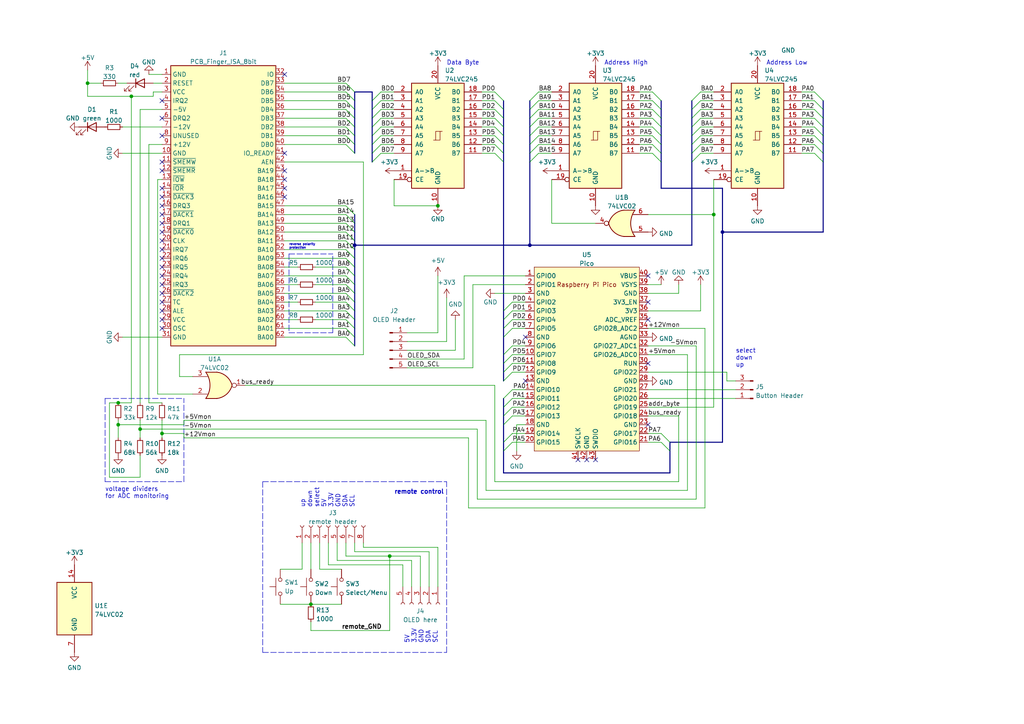
<source format=kicad_sch>
(kicad_sch (version 20211123) (generator eeschema)
  (paper "A4")
  (title_block (title "PicoPOST Prototype") (date "2022-06-16") (rev "0.2") (company "The Retro Web Community") (comment 1 "Schematic by Matthew Petry (fireTwoOneNine)"))
  (junction (at 102.87 71.12))
  (junction (at 113.03 161.29))
  (junction (at 38.1 27.94))
  (junction (at 34.29 123.19))
  (junction (at 90.17 175.26))
  (junction (at 25.4 24.13))
  (junction (at 46.99 125.73))
  (junction (at 40.64 124.46))
  (junction (at 153.67 71.12))
  (junction (at 209.55 67.31))
  (junction (at 34.29 116.84))
  (junction (at 207.01 62.23))
  (junction (at 127 59.69))
  (no_connect (at 46.99 74.93))
  (no_connect (at 46.99 64.77))
  (no_connect (at 82.55 44.45))
  (no_connect (at 82.55 21.59))
  (no_connect (at 46.99 82.55))
  (no_connect (at 46.99 46.99))
  (no_connect (at 187.96 87.63))
  (no_connect (at 46.99 77.47))
  (no_connect (at 46.99 87.63))
  (no_connect (at 46.99 59.69))
  (no_connect (at 46.99 72.39))
  (no_connect (at 46.99 90.17))
  (no_connect (at 46.99 85.09))
  (no_connect (at 46.99 67.31))
  (no_connect (at 46.99 54.61))
  (no_connect (at 46.99 95.25))
  (no_connect (at 187.96 123.19))
  (no_connect (at 167.64 133.35))
  (no_connect (at 170.18 133.35))
  (no_connect (at 172.72 133.35))
  (no_connect (at 187.96 92.71))
  (no_connect (at 187.96 105.41))
  (no_connect (at 46.99 92.71))
  (no_connect (at 82.55 52.07))
  (no_connect (at 46.99 69.85))
  (no_connect (at 46.99 49.53))
  (no_connect (at 46.99 29.21))
  (no_connect (at 46.99 57.15))
  (no_connect (at 82.55 49.53))
  (no_connect (at 46.99 62.23))
  (no_connect (at 82.55 57.15))
  (no_connect (at 46.99 39.37))
  (no_connect (at 187.96 80.01))
  (no_connect (at 152.4 110.49))
  (no_connect (at 152.4 97.79))
  (no_connect (at 82.55 54.61))
  (no_connect (at 46.99 80.01))
  (no_connect (at 46.99 34.29))
  (bus_entry (at 189.23 34.29) (size 2.54 2.54))
  (bus_entry (at 189.23 31.75) (size 2.54 2.54))
  (bus_entry (at 236.22 31.75) (size 2.54 2.54))
  (bus_entry (at 100.33 26.67) (size 2.54 2.54))
  (bus_entry (at 203.2 41.91) (size -2.54 2.54))
  (bus_entry (at 189.23 44.45) (size 2.54 2.54))
  (bus_entry (at 236.22 39.37) (size 2.54 2.54))
  (bus_entry (at 189.23 26.67) (size 2.54 2.54))
  (bus_entry (at 100.33 95.25) (size 2.54 2.54))
  (bus_entry (at 100.33 80.01) (size 2.54 2.54))
  (bus_entry (at 203.2 29.21) (size -2.54 2.54))
  (bus_entry (at 189.23 36.83) (size 2.54 2.54))
  (bus_entry (at 203.2 36.83) (size -2.54 2.54))
  (bus_entry (at 203.2 44.45) (size -2.54 2.54))
  (bus_entry (at 146.05 123.19) (size 2.54 -2.54))
  (bus_entry (at 100.33 85.09) (size 2.54 2.54))
  (bus_entry (at 100.33 39.37) (size 2.54 2.54))
  (bus_entry (at 146.05 118.11) (size 2.54 -2.54))
  (bus_entry (at 236.22 26.67) (size 2.54 2.54))
  (bus_entry (at 110.49 44.45) (size -2.54 2.54))
  (bus_entry (at 110.49 41.91) (size -2.54 2.54))
  (bus_entry (at 110.49 31.75) (size -2.54 2.54))
  (bus_entry (at 110.49 34.29) (size -2.54 2.54))
  (bus_entry (at 110.49 36.83) (size -2.54 2.54))
  (bus_entry (at 110.49 39.37) (size -2.54 2.54))
  (bus_entry (at 100.33 72.39) (size 2.54 2.54))
  (bus_entry (at 110.49 29.21) (size -2.54 2.54))
  (bus_entry (at 100.33 34.29) (size 2.54 2.54))
  (bus_entry (at 100.33 77.47) (size 2.54 2.54))
  (bus_entry (at 156.21 44.45) (size -2.54 2.54))
  (bus_entry (at 156.21 41.91) (size -2.54 2.54))
  (bus_entry (at 156.21 36.83) (size -2.54 2.54))
  (bus_entry (at 156.21 39.37) (size -2.54 2.54))
  (bus_entry (at 156.21 29.21) (size -2.54 2.54))
  (bus_entry (at 156.21 31.75) (size -2.54 2.54))
  (bus_entry (at 156.21 26.67) (size -2.54 2.54))
  (bus_entry (at 156.21 34.29) (size -2.54 2.54))
  (bus_entry (at 100.33 82.55) (size 2.54 2.54))
  (bus_entry (at 100.33 67.31) (size 2.54 2.54))
  (bus_entry (at 236.22 36.83) (size 2.54 2.54))
  (bus_entry (at 236.22 41.91) (size 2.54 2.54))
  (bus_entry (at 100.33 59.69) (size 2.54 2.54))
  (bus_entry (at 189.23 41.91) (size 2.54 2.54))
  (bus_entry (at 100.33 69.85) (size 2.54 2.54))
  (bus_entry (at 148.59 128.27) (size -2.54 2.54))
  (bus_entry (at 148.59 125.73) (size -2.54 2.54))
  (bus_entry (at 100.33 62.23) (size 2.54 2.54))
  (bus_entry (at 100.33 36.83) (size 2.54 2.54))
  (bus_entry (at 203.2 39.37) (size -2.54 2.54))
  (bus_entry (at 146.05 102.87) (size 2.54 -2.54))
  (bus_entry (at 146.05 97.79) (size 2.54 -2.54))
  (bus_entry (at 146.05 105.41) (size 2.54 -2.54))
  (bus_entry (at 146.05 90.17) (size 2.54 -2.54))
  (bus_entry (at 146.05 95.25) (size 2.54 -2.54))
  (bus_entry (at 146.05 92.71) (size 2.54 -2.54))
  (bus_entry (at 146.05 110.49) (size 2.54 -2.54))
  (bus_entry (at 146.05 107.95) (size 2.54 -2.54))
  (bus_entry (at 143.51 39.37) (size 2.54 2.54))
  (bus_entry (at 143.51 26.67) (size 2.54 2.54))
  (bus_entry (at 143.51 29.21) (size 2.54 2.54))
  (bus_entry (at 143.51 31.75) (size 2.54 2.54))
  (bus_entry (at 143.51 34.29) (size 2.54 2.54))
  (bus_entry (at 143.51 36.83) (size 2.54 2.54))
  (bus_entry (at 143.51 41.91) (size 2.54 2.54))
  (bus_entry (at 143.51 44.45) (size 2.54 2.54))
  (bus_entry (at 236.22 34.29) (size 2.54 2.54))
  (bus_entry (at 146.05 120.65) (size 2.54 -2.54))
  (bus_entry (at 100.33 31.75) (size 2.54 2.54))
  (bus_entry (at 100.33 97.79) (size 2.54 2.54))
  (bus_entry (at 100.33 24.13) (size 2.54 2.54))
  (bus_entry (at 100.33 29.21) (size 2.54 2.54))
  (bus_entry (at 100.33 64.77) (size 2.54 2.54))
  (bus_entry (at 146.05 115.57) (size 2.54 -2.54))
  (bus_entry (at 236.22 44.45) (size 2.54 2.54))
  (bus_entry (at 236.22 29.21) (size 2.54 2.54))
  (bus_entry (at 203.2 26.67) (size -2.54 2.54))
  (bus_entry (at 100.33 90.17) (size 2.54 2.54))
  (bus_entry (at 191.77 128.27) (size 2.54 2.54))
  (bus_entry (at 191.77 125.73) (size 2.54 2.54))
  (bus_entry (at 107.95 29.21) (size 2.54 -2.54))
  (bus_entry (at 189.23 39.37) (size 2.54 2.54))
  (bus_entry (at 100.33 87.63) (size 2.54 2.54))
  (bus_entry (at 189.23 29.21) (size 2.54 2.54))
  (bus_entry (at 100.33 92.71) (size 2.54 2.54))
  (bus_entry (at 203.2 34.29) (size -2.54 2.54))
  (bus_entry (at 100.33 74.93) (size 2.54 2.54))
  (bus_entry (at 203.2 31.75) (size -2.54 2.54))
  (bus_entry (at 100.33 41.91) (size 2.54 2.54))
  (bus (pts (xy 200.66 71.12) (xy 200.66 46.99)))
  (wire (pts (xy 210.82 107.95) (xy 210.82 110.49)))
  (wire (pts (xy 82.55 85.09) (xy 100.33 85.09)))
  (bus (pts (xy 146.05 34.29) (xy 146.05 36.83)))
  (wire (pts (xy 91.44 87.63) (xy 100.33 87.63)))
  (wire (pts (xy 210.82 110.49) (xy 213.36 110.49)))
  (polyline (pts (xy 83.82 73.66) (xy 83.82 96.52)))
  (wire (pts (xy 43.18 21.59) (xy 46.99 21.59)))
  (wire (pts (xy 207.01 52.07) (xy 207.01 62.23)))
  (bus (pts (xy 194.31 128.27) (xy 209.55 128.27)))
  (wire (pts (xy 191.77 125.73) (xy 187.96 125.73)))
  (wire (pts (xy 82.55 92.71) (xy 86.36 92.71)))
  (wire (pts (xy 201.93 144.78) (xy 201.93 100.33)))
  (wire (pts (xy 118.11 99.06) (xy 129.54 99.06)))
  (bus (pts (xy 102.87 77.47) (xy 102.87 80.01)))
  (wire (pts (xy 46.99 125.73) (xy 46.99 127)))
  (wire (pts (xy 53.34 125.73) (xy 53.34 127)))
  (bus (pts (xy 102.87 87.63) (xy 102.87 90.17)))
  (wire (pts (xy 118.11 96.52) (xy 127 96.52)))
  (bus (pts (xy 102.87 92.71) (xy 102.87 95.25)))
  (wire (pts (xy 139.7 39.37) (xy 143.51 39.37)))
  (wire (pts (xy 82.55 77.47) (xy 86.36 77.47)))
  (wire (pts (xy 201.93 100.33) (xy 187.96 100.33)))
  (bus (pts (xy 238.76 67.31) (xy 238.76 46.99)))
  (wire (pts (xy 102.87 160.02) (xy 124.46 160.02)))
  (wire (pts (xy 156.21 39.37) (xy 160.02 39.37)))
  (wire (pts (xy 46.99 121.92) (xy 46.99 125.73)))
  (bus (pts (xy 146.05 105.41) (xy 146.05 107.95)))
  (polyline (pts (xy 30.48 139.7) (xy 53.34 139.7)))
  (wire (pts (xy 185.42 26.67) (xy 189.23 26.67)))
  (wire (pts (xy 203.2 41.91) (xy 207.01 41.91)))
  (polyline (pts (xy 53.34 139.7) (xy 53.34 115.57)))
  (wire (pts (xy 114.3 52.07) (xy 114.3 59.69)))
  (wire (pts (xy 82.55 87.63) (xy 86.36 87.63)))
  (wire (pts (xy 203.2 36.83) (xy 207.01 36.83)))
  (bus (pts (xy 238.76 31.75) (xy 238.76 34.29)))
  (wire (pts (xy 82.55 80.01) (xy 100.33 80.01)))
  (polyline (pts (xy 76.2 139.7) (xy 76.2 189.23)))
  (wire (pts (xy 25.4 24.13) (xy 29.21 24.13)))
  (wire (pts (xy 139.7 41.91) (xy 143.51 41.91)))
  (wire (pts (xy 46.99 52.07) (xy 45.72 52.07)))
  (bus (pts (xy 102.87 97.79) (xy 102.87 100.33)))
  (wire (pts (xy 152.4 105.41) (xy 148.59 105.41)))
  (bus (pts (xy 102.87 72.39) (xy 102.87 74.93)))
  (wire (pts (xy 82.55 41.91) (xy 100.33 41.91)))
  (wire (pts (xy 92.71 157.48) (xy 92.71 165.1)))
  (bus (pts (xy 191.77 29.21) (xy 191.77 31.75)))
  (wire (pts (xy 31.75 116.84) (xy 34.29 116.84)))
  (wire (pts (xy 82.55 26.67) (xy 100.33 26.67)))
  (bus (pts (xy 102.87 34.29) (xy 102.87 31.75)))
  (bus (pts (xy 102.87 36.83) (xy 102.87 34.29)))
  (bus (pts (xy 146.05 44.45) (xy 146.05 46.99)))
  (wire (pts (xy 82.55 39.37) (xy 100.33 39.37)))
  (bus (pts (xy 107.95 41.91) (xy 107.95 44.45)))
  (wire (pts (xy 118.11 106.68) (xy 137.16 106.68)))
  (wire (pts (xy 143.51 85.09) (xy 152.4 85.09)))
  (wire (pts (xy 95.25 157.48) (xy 95.25 163.83)))
  (wire (pts (xy 44.45 26.67) (xy 44.45 27.94)))
  (wire (pts (xy 156.21 26.67) (xy 160.02 26.67)))
  (wire (pts (xy 152.4 87.63) (xy 148.59 87.63)))
  (bus (pts (xy 146.05 123.19) (xy 146.05 128.27)))
  (wire (pts (xy 100.33 157.48) (xy 100.33 161.29)))
  (wire (pts (xy 34.29 123.19) (xy 34.29 127)))
  (wire (pts (xy 82.55 97.79) (xy 100.33 97.79)))
  (wire (pts (xy 148.59 128.27) (xy 152.4 128.27)))
  (wire (pts (xy 232.41 41.91) (xy 236.22 41.91)))
  (wire (pts (xy 156.21 31.75) (xy 160.02 31.75)))
  (wire (pts (xy 139.7 44.45) (xy 143.51 44.45)))
  (wire (pts (xy 207.01 62.23) (xy 207.01 118.11)))
  (bus (pts (xy 153.67 44.45) (xy 153.67 46.99)))
  (wire (pts (xy 185.42 36.83) (xy 189.23 36.83)))
  (wire (pts (xy 82.55 59.69) (xy 100.33 59.69)))
  (wire (pts (xy 199.39 102.87) (xy 187.96 102.87)))
  (bus (pts (xy 238.76 29.21) (xy 238.76 31.75)))
  (wire (pts (xy 152.4 82.55) (xy 137.16 82.55)))
  (wire (pts (xy 232.41 39.37) (xy 236.22 39.37)))
  (bus (pts (xy 191.77 44.45) (xy 191.77 46.99)))
  (wire (pts (xy 110.49 39.37) (xy 114.3 39.37)))
  (wire (pts (xy 185.42 41.91) (xy 189.23 41.91)))
  (wire (pts (xy 152.4 80.01) (xy 134.62 80.01)))
  (wire (pts (xy 152.4 95.25) (xy 148.59 95.25)))
  (wire (pts (xy 114.3 59.69) (xy 127 59.69)))
  (bus (pts (xy 107.95 36.83) (xy 107.95 39.37)))
  (bus (pts (xy 153.67 29.21) (xy 153.67 31.75)))
  (bus (pts (xy 146.05 36.83) (xy 146.05 39.37)))
  (bus (pts (xy 153.67 71.12) (xy 153.67 46.99)))
  (wire (pts (xy 140.97 121.92) (xy 140.97 142.24)))
  (wire (pts (xy 34.29 24.13) (xy 36.83 24.13)))
  (wire (pts (xy 156.21 36.83) (xy 160.02 36.83)))
  (wire (pts (xy 52.07 109.22) (xy 55.88 109.22)))
  (wire (pts (xy 199.39 142.24) (xy 199.39 102.87)))
  (bus (pts (xy 107.95 29.21) (xy 107.95 31.75)))
  (wire (pts (xy 38.1 27.94) (xy 44.45 27.94)))
  (wire (pts (xy 187.96 120.65) (xy 196.85 120.65)))
  (wire (pts (xy 82.55 67.31) (xy 100.33 67.31)))
  (bus (pts (xy 153.67 71.12) (xy 200.66 71.12)))
  (bus (pts (xy 146.05 120.65) (xy 146.05 123.19)))
  (wire (pts (xy 81.28 165.1) (xy 87.63 165.1)))
  (wire (pts (xy 82.55 36.83) (xy 100.33 36.83)))
  (wire (pts (xy 82.55 72.39) (xy 100.33 72.39)))
  (wire (pts (xy 116.84 163.83) (xy 116.84 170.18)))
  (polyline (pts (xy 30.48 115.57) (xy 30.48 139.7)))
  (wire (pts (xy 97.79 162.56) (xy 119.38 162.56)))
  (bus (pts (xy 194.31 128.27) (xy 194.31 130.81)))
  (bus (pts (xy 146.05 107.95) (xy 146.05 110.49)))
  (wire (pts (xy 148.5712 128.27) (xy 148.59 128.27)))
  (wire (pts (xy 203.2 34.29) (xy 207.01 34.29)))
  (wire (pts (xy 82.55 64.77) (xy 100.33 64.77)))
  (wire (pts (xy 137.16 82.55) (xy 137.16 106.68)))
  (wire (pts (xy 91.44 82.55) (xy 100.33 82.55)))
  (bus (pts (xy 146.05 128.27) (xy 146.05 130.81)))
  (wire (pts (xy 110.49 41.91) (xy 114.3 41.91)))
  (wire (pts (xy 185.42 31.75) (xy 189.23 31.75)))
  (wire (pts (xy 34.29 123.19) (xy 53.34 123.19)))
  (wire (pts (xy 139.7 36.83) (xy 143.51 36.83)))
  (wire (pts (xy 149.86 123.19) (xy 149.86 130.81)))
  (wire (pts (xy 52.07 102.87) (xy 105.41 102.87)))
  (wire (pts (xy 102.87 157.48) (xy 102.87 160.02)))
  (wire (pts (xy 152.4 107.95) (xy 148.59 107.95)))
  (wire (pts (xy 97.79 157.48) (xy 97.79 162.56)))
  (polyline (pts (xy 76.2 189.23) (xy 129.54 189.23)))
  (bus (pts (xy 102.87 31.75) (xy 102.87 29.21)))
  (wire (pts (xy 134.62 80.01) (xy 134.62 104.14)))
  (wire (pts (xy 152.4 123.19) (xy 149.86 123.19)))
  (bus (pts (xy 238.76 36.83) (xy 238.76 39.37)))
  (bus (pts (xy 200.66 36.83) (xy 200.66 39.37)))
  (wire (pts (xy 40.64 121.92) (xy 40.64 124.46)))
  (polyline (pts (xy 129.54 189.23) (xy 129.54 139.7)))
  (bus (pts (xy 238.76 39.37) (xy 238.76 41.91)))
  (bus (pts (xy 153.67 39.37) (xy 153.67 41.91)))
  (wire (pts (xy 43.18 116.84) (xy 46.99 116.84)))
  (bus (pts (xy 102.87 29.21) (xy 102.87 26.67)))
  (wire (pts (xy 187.96 113.03) (xy 213.36 113.03)))
  (bus (pts (xy 102.87 69.85) (xy 102.87 71.12)))
  (wire (pts (xy 207.01 62.23) (xy 187.96 62.23)))
  (wire (pts (xy 25.4 20.32) (xy 25.4 24.13)))
  (bus (pts (xy 102.87 26.67) (xy 107.95 26.67)))
  (polyline (pts (xy 76.2 139.7) (xy 129.54 139.7)))
  (bus (pts (xy 200.66 29.21) (xy 200.66 31.75)))
  (wire (pts (xy 143.51 139.7) (xy 196.85 139.7)))
  (wire (pts (xy 82.55 82.55) (xy 86.36 82.55)))
  (bus (pts (xy 107.95 26.67) (xy 107.95 29.21)))
  (wire (pts (xy 152.4 113.03) (xy 148.59 113.03)))
  (bus (pts (xy 102.87 62.23) (xy 102.87 64.77)))
  (wire (pts (xy 82.55 74.93) (xy 100.33 74.93)))
  (bus (pts (xy 102.87 71.12) (xy 102.87 72.39)))
  (bus (pts (xy 191.77 41.91) (xy 191.77 44.45)))
  (wire (pts (xy 203.2 26.67) (xy 207.01 26.67)))
  (wire (pts (xy 185.42 29.21) (xy 189.23 29.21)))
  (wire (pts (xy 110.49 34.29) (xy 114.3 34.29)))
  (polyline (pts (xy 30.48 115.57) (xy 53.34 115.57)))
  (bus (pts (xy 146.05 102.87) (xy 146.05 105.41)))
  (bus (pts (xy 102.87 67.31) (xy 102.87 69.85)))
  (bus (pts (xy 146.05 39.37) (xy 146.05 41.91)))
  (wire (pts (xy 156.21 29.21) (xy 160.02 29.21)))
  (wire (pts (xy 191.77 128.27) (xy 187.96 128.27)))
  (wire (pts (xy 35.56 36.83) (xy 46.99 36.83)))
  (wire (pts (xy 105.41 158.75) (xy 127 158.75)))
  (wire (pts (xy 82.55 31.75) (xy 100.33 31.75)))
  (bus (pts (xy 238.76 44.45) (xy 238.76 46.99)))
  (wire (pts (xy 110.49 36.83) (xy 114.3 36.83)))
  (wire (pts (xy 53.34 123.19) (xy 53.34 121.92)))
  (bus (pts (xy 107.95 34.29) (xy 107.95 36.83)))
  (wire (pts (xy 196.85 85.09) (xy 196.85 82.55)))
  (bus (pts (xy 102.87 64.77) (xy 102.87 67.31)))
  (wire (pts (xy 203.2 44.45) (xy 207.01 44.45)))
  (wire (pts (xy 82.55 34.29) (xy 100.33 34.29)))
  (bus (pts (xy 238.76 41.91) (xy 238.76 44.45)))
  (wire (pts (xy 203.2 29.21) (xy 207.01 29.21)))
  (bus (pts (xy 191.77 36.83) (xy 191.77 39.37)))
  (wire (pts (xy 143.51 111.76) (xy 143.51 139.7)))
  (bus (pts (xy 102.87 39.37) (xy 102.87 36.83)))
  (bus (pts (xy 238.76 34.29) (xy 238.76 36.83)))
  (polyline (pts (xy 83.82 73.66) (xy 96.52 73.66)))
  (wire (pts (xy 82.55 24.13) (xy 100.33 24.13)))
  (wire (pts (xy 82.55 62.23) (xy 100.33 62.23)))
  (wire (pts (xy 113.03 161.29) (xy 121.92 161.29)))
  (wire (pts (xy 35.56 97.79) (xy 46.99 97.79)))
  (wire (pts (xy 110.49 29.21) (xy 114.3 29.21)))
  (wire (pts (xy 40.64 138.43) (xy 31.75 138.43)))
  (bus (pts (xy 146.05 115.57) (xy 146.05 118.11)))
  (bus (pts (xy 200.66 44.45) (xy 200.66 46.99)))
  (polyline (pts (xy 83.82 96.52) (xy 96.52 96.52)))
  (wire (pts (xy 156.21 34.29) (xy 160.02 34.29)))
  (bus (pts (xy 200.66 39.37) (xy 200.66 41.91)))
  (wire (pts (xy 105.41 157.48) (xy 105.41 158.75)))
  (wire (pts (xy 113.03 161.29) (xy 113.03 182.88)))
  (wire (pts (xy 187.96 85.09) (xy 196.85 85.09)))
  (wire (pts (xy 81.28 175.26) (xy 90.17 175.26)))
  (wire (pts (xy 110.49 31.75) (xy 114.3 31.75)))
  (wire (pts (xy 82.55 46.99) (xy 105.41 46.99)))
  (wire (pts (xy 34.29 121.92) (xy 34.29 123.19)))
  (wire (pts (xy 232.41 36.83) (xy 236.22 36.83)))
  (bus (pts (xy 102.87 95.25) (xy 102.87 97.79)))
  (bus (pts (xy 200.66 34.29) (xy 200.66 36.83)))
  (wire (pts (xy 152.4 120.65) (xy 148.59 120.65)))
  (bus (pts (xy 209.55 54.61) (xy 209.55 67.31)))
  (wire (pts (xy 152.4 118.11) (xy 148.59 118.11)))
  (wire (pts (xy 187.96 107.95) (xy 210.82 107.95)))
  (wire (pts (xy 156.21 41.91) (xy 160.02 41.91)))
  (wire (pts (xy 139.7 26.67) (xy 143.51 26.67)))
  (wire (pts (xy 110.49 26.67) (xy 114.3 26.67)))
  (bus (pts (xy 107.95 31.75) (xy 107.95 34.29)))
  (wire (pts (xy 100.33 161.29) (xy 113.03 161.29)))
  (wire (pts (xy 152.4 90.17) (xy 148.59 90.17)))
  (wire (pts (xy 139.7 34.29) (xy 143.51 34.29)))
  (bus (pts (xy 191.77 39.37) (xy 191.77 41.91)))
  (bus (pts (xy 153.67 34.29) (xy 153.67 36.83)))
  (wire (pts (xy 118.11 104.14) (xy 134.62 104.14)))
  (bus (pts (xy 102.87 44.45) (xy 102.87 41.91)))
  (wire (pts (xy 82.55 95.25) (xy 100.33 95.25)))
  (wire (pts (xy 52.07 102.87) (xy 52.07 109.22)))
  (bus (pts (xy 146.05 118.11) (xy 146.05 120.65)))
  (bus (pts (xy 209.55 67.31) (xy 238.76 67.31)))
  (bus (pts (xy 146.05 41.91) (xy 146.05 44.45)))
  (bus (pts (xy 194.31 130.81) (xy 194.31 137.16)))
  (wire (pts (xy 152.4 115.57) (xy 148.59 115.57)))
  (bus (pts (xy 153.67 41.91) (xy 153.67 44.45)))
  (wire (pts (xy 119.38 162.56) (xy 119.38 170.18)))
  (bus (pts (xy 146.05 92.71) (xy 146.05 95.25)))
  (bus (pts (xy 102.87 85.09) (xy 102.87 87.63)))
  (wire (pts (xy 132.08 101.6) (xy 132.08 92.71)))
  (wire (pts (xy 118.11 101.6) (xy 132.08 101.6)))
  (bus (pts (xy 200.66 41.91) (xy 200.66 44.45)))
  (bus (pts (xy 191.77 31.75) (xy 191.77 34.29)))
  (bus (pts (xy 102.87 74.93) (xy 102.87 77.47)))
  (wire (pts (xy 156.21 44.45) (xy 160.02 44.45)))
  (wire (pts (xy 82.55 90.17) (xy 100.33 90.17)))
  (wire (pts (xy 105.41 102.87) (xy 105.41 46.99)))
  (wire (pts (xy 187.96 95.25) (xy 204.47 95.25)))
  (bus (pts (xy 153.67 36.83) (xy 153.67 39.37)))
  (wire (pts (xy 203.2 39.37) (xy 207.01 39.37)))
  (bus (pts (xy 146.05 46.99) (xy 146.05 90.17)))
  (wire (pts (xy 45.72 114.3) (xy 55.88 114.3)))
  (wire (pts (xy 127 158.75) (xy 127 170.18)))
  (wire (pts (xy 185.42 39.37) (xy 189.23 39.37)))
  (bus (pts (xy 102.87 41.91) (xy 102.87 39.37)))
  (wire (pts (xy 45.72 52.07) (xy 45.72 114.3)))
  (bus (pts (xy 146.05 130.81) (xy 146.05 137.16)))
  (wire (pts (xy 160.02 52.07) (xy 160.02 64.77)))
  (wire (pts (xy 121.92 161.29) (xy 121.92 170.18)))
  (wire (pts (xy 87.63 157.48) (xy 87.63 165.1)))
  (bus (pts (xy 146.05 97.79) (xy 146.05 102.87)))
  (wire (pts (xy 113.03 182.88) (xy 90.17 182.88)))
  (wire (pts (xy 203.2 90.17) (xy 187.96 90.17)))
  (bus (pts (xy 102.87 90.17) (xy 102.87 92.71)))
  (wire (pts (xy 204.47 95.25) (xy 204.47 147.32)))
  (wire (pts (xy 152.4 92.71) (xy 148.59 92.71)))
  (wire (pts (xy 25.4 27.94) (xy 25.4 24.13)))
  (wire (pts (xy 127 80.01) (xy 127 96.52)))
  (polyline (pts (xy 96.52 96.52) (xy 96.52 73.66)))
  (bus (pts (xy 191.77 54.61) (xy 209.55 54.61)))
  (wire (pts (xy 43.18 41.91) (xy 43.18 116.84)))
  (wire (pts (xy 91.44 77.47) (xy 100.33 77.47)))
  (bus (pts (xy 146.05 31.75) (xy 146.05 34.29)))
  (wire (pts (xy 140.97 142.24) (xy 199.39 142.24)))
  (wire (pts (xy 25.4 27.94) (xy 38.1 27.94)))
  (bus (pts (xy 146.05 90.17) (xy 146.05 92.71)))
  (wire (pts (xy 232.41 31.75) (xy 236.22 31.75)))
  (bus (pts (xy 146.05 137.16) (xy 194.31 137.16)))
  (wire (pts (xy 187.96 82.55) (xy 191.77 82.55)))
  (wire (pts (xy 152.4 102.87) (xy 148.59 102.87)))
  (bus (pts (xy 153.67 31.75) (xy 153.67 34.29)))
  (wire (pts (xy 90.17 157.48) (xy 90.17 165.1)))
  (wire (pts (xy 99.06 165.1) (xy 92.71 165.1)))
  (bus (pts (xy 200.66 31.75) (xy 200.66 34.29)))
  (wire (pts (xy 135.89 147.32) (xy 204.47 147.32)))
  (wire (pts (xy 203.2 31.75) (xy 207.01 31.75)))
  (wire (pts (xy 46.99 26.67) (xy 44.45 26.67)))
  (wire (pts (xy 196.85 139.7) (xy 196.85 120.65)))
  (wire (pts (xy 187.96 118.11) (xy 207.01 118.11)))
  (wire (pts (xy 152.4 100.33) (xy 148.59 100.33)))
  (wire (pts (xy 148.59 125.73) (xy 152.4 125.73)))
  (wire (pts (xy 185.42 34.29) (xy 189.23 34.29)))
  (wire (pts (xy 46.99 125.73) (xy 53.34 125.73)))
  (wire (pts (xy 139.7 31.75) (xy 143.51 31.75)))
  (wire (pts (xy 90.17 175.26) (xy 99.06 175.26)))
  (wire (pts (xy 232.41 44.45) (xy 236.22 44.45)))
  (wire (pts (xy 160.02 64.77) (xy 172.72 64.77)))
  (wire (pts (xy 71.12 111.76) (xy 143.51 111.76)))
  (bus (pts (xy 146.05 29.21) (xy 146.05 31.75)))
  (wire (pts (xy 185.42 44.45) (xy 189.23 44.45)))
  (bus (pts (xy 107.95 44.45) (xy 107.95 46.99)))
  (bus (pts (xy 102.87 82.55) (xy 102.87 85.09)))
  (bus (pts (xy 146.05 95.25) (xy 146.05 97.79)))
  (wire (pts (xy 31.75 138.43) (xy 31.75 116.84)))
  (bus (pts (xy 107.95 39.37) (xy 107.95 41.91)))
  (wire (pts (xy 124.46 160.02) (xy 124.46 170.18)))
  (wire (pts (xy 95.25 163.83) (xy 116.84 163.83)))
  (wire (pts (xy 34.29 116.84) (xy 38.1 116.84)))
  (bus (pts (xy 191.77 46.99) (xy 191.77 54.61)))
  (wire (pts (xy 139.7 29.21) (xy 143.51 29.21)))
  (wire (pts (xy 90.17 182.88) (xy 90.17 180.34)))
  (wire (pts (xy 40.64 31.75) (xy 40.64 116.84)))
  (wire (pts (xy 138.43 144.78) (xy 201.93 144.78)))
  (wire (pts (xy 40.64 132.08) (xy 40.64 138.43)))
  (wire (pts (xy 91.44 92.71) (xy 100.33 92.71)))
  (wire (pts (xy 138.43 124.46) (xy 138.43 144.78)))
  (wire (pts (xy 187.96 115.57) (xy 213.36 115.57)))
  (wire (pts (xy 53.34 121.92) (xy 140.97 121.92)))
  (wire (pts (xy 46.99 41.91) (xy 43.18 41.91)))
  (wire (pts (xy 82.55 69.85) (xy 100.33 69.85)))
  (wire (pts (xy 44.45 24.13) (xy 46.99 24.13)))
  (wire (pts (xy 148.59 125.73) (xy 148.5712 125.73)))
  (wire (pts (xy 129.54 86.36) (xy 129.54 99.06)))
  (wire (pts (xy 46.99 31.75) (xy 40.64 31.75)))
  (bus (pts (xy 191.77 34.29) (xy 191.77 36.83)))
  (bus (pts (xy 102.87 80.01) (xy 102.87 82.55)))
  (wire (pts (xy 110.49 44.45) (xy 114.3 44.45)))
  (wire (pts (xy 203.2 82.55) (xy 203.2 90.17)))
  (wire (pts (xy 232.41 34.29) (xy 236.22 34.29)))
  (wire (pts (xy 35.56 44.45) (xy 46.99 44.45)))
  (wire (pts (xy 40.64 124.46) (xy 138.43 124.46)))
  (wire (pts (xy 135.89 147.32) (xy 135.89 127)))
  (bus (pts (xy 102.87 71.12) (xy 153.67 71.12)))
  (wire (pts (xy 232.41 29.21) (xy 236.22 29.21)))
  (wire (pts (xy 40.64 124.46) (xy 40.64 127)))
  (wire (pts (xy 38.1 27.94) (xy 38.1 116.84)))
  (bus (pts (xy 209.55 128.27) (xy 209.55 67.31)))
  (wire (pts (xy 82.55 29.21) (xy 100.33 29.21)))
  (wire (pts (xy 53.34 127) (xy 135.89 127)))
  (wire (pts (xy 232.41 26.67) (xy 236.22 26.67)))
  (text "up\ndown\nselect\n5V\n3.3V\nGND\nSDA\nSCL" (at 102.87 147.32 90) (effects (font (size 1.27 1.27)) (justify left bottom)))
  (text "reverse polarity\nprotection" (at 83.82 72.39 0) (effects (font (size 0.635 0.635)) (justify left bottom)))
  (text "remote control" (at 114.3 143.51 0) (effects (font (size 1.27 1.27) (thickness 0.254) bold) (justify left bottom)))
  (text "select\ndown\nup" (at 213.36 106.68 0) (effects (font (size 1.27 1.27)) (justify left bottom)))
  (text "Data Byte\n" (at 129.54 19.05 0) (effects (font (size 1.27 1.27)) (justify left bottom)))
  (text "Address High" (at 175.26 19.05 0) (effects (font (size 1.27 1.27)) (justify left bottom)))
  (text "Address Low" (at 222.25 19.05 0) (effects (font (size 1.27 1.27)) (justify left bottom)))
  (text "5V\n3.3V\nGND\nSDA\nSCL" (at 127 186.69 90) (effects (font (size 1.27 1.27)) (justify left bottom)))
  (text "voltage dividers\nfor ADC monitoring" (at 30.48 144.78 0) (effects (font (size 1.27 1.27)) (justify left bottom)))
  (label "BD3" (at 110.49 34.29 0))
  (label "BA5" (at 203.2 39.37 0))
  (label "BA11" (at 97.79 69.85 0))
  (label "+5Vmon" (at 53.34 121.92 0))
  (label "BD5" (at 97.79 29.21 0))
  (label "PA2" (at 185.42 31.75 0))
  (label "PA0" (at 185.42 26.67 0))
  (label "BA8" (at 97.79 77.47 0))
  (label "PD0" (at 148.59 87.63 0))
  (label "BA7" (at 203.2 44.45 0))
  (label "BA3" (at 203.2 34.29 0))
  (label "PD5" (at 139.7 39.37 0))
  (label "-5Vmon" (at 194.31 100.33 0))
  (label "BA14" (at 97.79 62.23 0))
  (label "BD6" (at 110.49 41.91 0))
  (label "BD0" (at 97.79 41.91 0))
  (label "PD2" (at 139.7 31.75 0))
  (label "PA3" (at 148.59 120.65 0))
  (label "PD4" (at 148.59 100.33 0))
  (label "BA4" (at 97.79 87.63 0))
  (label "PA7" (at 187.96 125.73 0))
  (label "BD2" (at 97.79 36.83 0))
  (label "BA9" (at 97.79 74.93 0))
  (label "PA6" (at 187.96 128.27 0))
  (label "PD1" (at 139.7 29.21 0))
  (label "BA8" (at 156.21 26.67 0))
  (label "BA6" (at 203.2 41.91 0))
  (label "BD0" (at 110.49 26.67 0))
  (label "PD3" (at 148.59 95.25 0))
  (label "BD3" (at 97.79 34.29 0))
  (label "PA4" (at 185.42 36.83 0))
  (label "BD6" (at 97.79 26.67 0))
  (label "OLED_SCL" (at 118.11 106.68 0))
  (label "PD3" (at 139.7 34.29 0))
  (label "PA3" (at 232.41 34.29 0))
  (label "remote_GND" (at 99.06 182.88 0) (effects (font bold)))
  (label "-5Vmon" (at 53.34 124.46 0))
  (label "BA13" (at 97.79 64.77 0))
  (label "PA7" (at 185.42 44.45 0))
  (label "BA0" (at 203.2 26.67 0))
  (label "PA2" (at 232.41 31.75 0))
  (label "PD5" (at 148.59 102.87 0))
  (label "OLED_SDA" (at 118.11 104.14 0))
  (label "PD7" (at 148.59 107.95 0))
  (label "BD5" (at 110.49 39.37 0))
  (label "BA2" (at 203.2 31.75 0))
  (label "BA1" (at 97.79 95.25 0))
  (label "PA0" (at 232.41 26.67 0))
  (label "BA1" (at 203.382 29.21 0))
  (label "PA4" (at 232.41 36.83 0))
  (label "bus_ready" (at 187.96 120.65 0))
  (label "+12Vmon" (at 187.96 95.25 0))
  (label "BA14" (at 156.21 41.91 0))
  (label "BA15" (at 97.79 59.69 0))
  (label "BD2" (at 110.49 31.75 0))
  (label "PD6" (at 139.7 41.91 0))
  (label "BD7" (at 97.79 24.13 0))
  (label "PA1" (at 232.41 29.21 0))
  (label "PA1" (at 148.59 115.57 0))
  (label "BA4" (at 203.2 36.83 0))
  (label "BA11" (at 156.21 34.29 0))
  (label "BA0" (at 97.79 97.79 0))
  (label "PA3" (at 185.42 34.29 0))
  (label "BA6" (at 97.79 82.55 0))
  (label "+12Vmon" (at 53.34 127 0))
  (label "BD1" (at 97.79 39.37 0))
  (label "BA7" (at 97.79 80.01 0))
  (label "BA5" (at 97.79 85.09 0))
  (label "PD2" (at 148.59 92.71 0))
  (label "PD1" (at 148.59 90.17 0))
  (label "BD4" (at 97.79 31.75 0))
  (label "BD1" (at 110.49 29.21 0))
  (label "BA10" (at 156.21 31.75 0))
  (label "addr_byte" (at 187.96 118.11 0))
  (label "BA12" (at 97.79 67.31 0))
  (label "PD4" (at 139.7 36.83 0))
  (label "PA2" (at 148.59 118.11 0))
  (label "BA10" (at 97.79 72.39 0))
  (label "BA9" (at 156.21 29.21 0))
  (label "BD4" (at 110.49 36.83 0))
  (label "PA7" (at 232.41 44.45 0))
  (label "PA4" (at 148.59 125.73 0))
  (label "PD7" (at 139.7 44.45 0))
  (label "PA6" (at 232.41 41.91 0))
  (label "BA2" (at 97.79 92.71 0))
  (label "bus_ready" (at 69.85 111.76 0))
  (label "PA0" (at 148.7658 113.03 0))
  (label "PA5" (at 185.42 39.37 0))
  (label "PA5" (at 232.41 39.37 0))
  (label "BA13" (at 156.21 39.37 0))
  (label "BA3" (at 97.79 90.17 0))
  (label "PD6" (at 148.59 105.41 0))
  (label "PA1" (at 185.42 29.21 0))
  (label "BD7" (at 110.49 44.45 0))
  (label "PD0" (at 139.7 26.67 0))
  (label "+5Vmon" (at 187.96 102.87 0))
  (label "BA15" (at 156.21 44.45 0))
  (label "PA6" (at 185.42 41.91 0))
  (label "BA12" (at 156.21 36.83 0))
  (label "PA5" (at 148.59 128.27 0))
  (symbol (lib_id "Device:R_Small") (at 88.9 92.71 270) (unit 1)
    (property "Reference" "R8" (at 85.09 91.44 90))
    (property "Value" "1000" (at 93.98 91.44 90))
    (property "Footprint" "Resistor_SMD:R_1206_3216Metric_Pad1.30x1.75mm_HandSolder" (effects hide))
  )
  (symbol (lib_id "Device:R_Small") (at 88.9 87.63 270) (unit 1)
    (property "Reference" "R7" (at 85.09 86.36 90))
    (property "Value" "1000" (at 93.98 86.36 90))
    (property "Footprint" "Resistor_SMD:R_1206_3216Metric_Pad1.30x1.75mm_HandSolder" (effects hide))
  )
  (symbol (lib_id "Device:R_Small") (at 88.9 82.55 270) (unit 1)
    (property "Reference" "R6" (at 85.09 81.28 90))
    (property "Value" "1000" (at 93.98 81.28 90))
    (property "Footprint" "Resistor_SMD:R_1206_3216Metric_Pad1.30x1.75mm_HandSolder" (effects hide))
  )
  (symbol (lib_id "Device:R_Small") (at 88.9 77.47 270) (unit 1)
    (property "Reference" "R5" (at 85.09 76.2 90))
    (property "Value" "1000" (at 93.98 76.2 90))
    (property "Footprint" "Resistor_SMD:R_1206_3216Metric_Pad1.30x1.75mm_HandSolder" (effects hide))
  )
  (symbol (lib_id "power:+5V") (at 25.4 20.32 0) (unit 1)
    (property "Reference" "#PWR03" (effects hide))
    (property "Value" "+5V" (at 25.4 16.7442 0))
  )
  (symbol (lib_id "power:GND") (at 127 59.69 0) (unit 1)
    (property "Reference" "#PWR07" (effects hide))
    (property "Value" "GND" (at 127 63.5 0))
  )
  (symbol (lib_id "74xx:74LS02") (at 63.5 111.76 0) (mirror x) (unit 1)
    (property "Reference" "U1" (at 62.23 104.14 0))
    (property "Value" "74LVC02" (at 62.23 106.68 0))
    (property "Footprint" "Package_SO:SO-14_3.9x8.65mm_P1.27mm" (effects hide))
    (property "Datasheet" "http://www.ti.com/lit/gpn/sn74ls02" (effects hide))
  )
  (symbol (lib_id "Device:R_Small") (at 46.99 119.38 0) (unit 1)
    (property "Reference" "R11" (at 48.4886 118.5453 0) (effects (justify left)))
    (property "Value" "47k" (at 48.4886 121.0822 0) (effects (justify left)))
    (property "Footprint" "Resistor_SMD:R_1206_3216Metric_Pad1.30x1.75mm_HandSolder" (effects hide))
  )
  (symbol (lib_id "power:+3.3V") (at 203.2 82.55 0) (unit 1)
    (property "Reference" "#PWR020" (effects hide))
    (property "Value" "+3.3V" (at 203.2 78.9742 0))
  )
  (symbol (lib_id "power:GND") (at 219.71 59.69 0) (unit 1)
    (property "Reference" "#PWR011" (effects hide))
    (property "Value" "GND" (at 219.71 64.1334 0))
  )
  (symbol (lib_id "power:GND") (at 22.86 36.83 270) (unit 1)
    (property "Reference" "#PWR0102" (effects hide))
    (property "Value" "GND" (at 19.05 34.29 90) (effects (justify left)))
  )
  (symbol (lib_id "Device:LED") (at 26.67 36.83 0) (unit 1)
    (property "Reference" "D1" (at 26.67 31.75 0))
    (property "Value" "green" (at 26.67 34.29 0))
    (property "Footprint" "LED_THT:LED_D3.0mm" (effects hide))
  )
  (symbol (lib_id "Switch:SW_Push") (at 90.17 170.18 90) (unit 1)
    (property "Reference" "SW2" (at 91.313 169.3453 90) (effects (justify right)))
    (property "Value" "Down" (at 91.313 171.8822 90) (effects (justify right)))
    (property "Footprint" "Button_Switch_THT:SW_PUSH_6mm_H5mm" (effects hide))
  )
  (symbol (lib_id "Switch:SW_Push") (at 99.06 170.18 90) (unit 1)
    (property "Reference" "SW3" (at 100.203 169.3453 90) (effects (justify right)))
    (property "Value" "Select/Menu" (at 100.203 171.8822 90) (effects (justify right)))
    (property "Footprint" "Button_Switch_THT:SW_PUSH_6mm_H5mm" (effects hide))
  )
  (symbol (lib_id "power:+3.3V") (at 207.01 49.53 90) (unit 1)
    (property "Reference" "#PWR010" (effects hide))
    (property "Value" "+3.3V" (at 208.28 46.99 90) (effects (justify left)))
  )
  (symbol (lib_id "power:GND") (at 34.29 132.08 0) (unit 1)
    (property "Reference" "#PWR0104" (effects hide))
    (property "Value" "GND" (at 34.29 136.5234 0))
  )
  (symbol (lib_id "ISAfinger:PCB_Finger_ISA_8bit") (at 64.77 59.69 0) (unit 1)
    (property "Reference" "J1" (at 64.77 15.3502 0))
    (property "Value" "PCB_Finger_ISA_8bit" (at 64.77 17.8871 0))
    (property "Footprint" "IDEcardedge:BUS_IDE8" (effects hide))
    (property "Datasheet" "https://en.wikipedia.org/wiki/Industry_Standard_Architecture" (effects hide))
  )
  (symbol (lib_id "Device:R_Small") (at 34.29 119.38 0) (unit 1)
    (property "Reference" "R2" (at 35.7886 118.5453 0) (effects (justify left)))
    (property "Value" "33k" (at 35.7886 121.0822 0) (effects (justify left)))
    (property "Footprint" "Resistor_SMD:R_1206_3216Metric_Pad1.30x1.75mm_HandSolder" (effects hide))
  )
  (symbol (lib_id "power:GND") (at 196.85 82.55 180) (unit 1)
    (property "Reference" "#PWR019" (effects hide))
    (property "Value" "GND" (at 196.85 78.9742 0))
  )
  (symbol (lib_id "power:GND") (at 43.18 21.59 180) (unit 1)
    (property "Reference" "#PWR05" (effects hide))
    (property "Value" "GND" (at 43.18 18.0142 0))
  )
  (symbol (lib_id "power:GND") (at 143.51 85.09 270) (unit 1)
    (property "Reference" "#PWR0107" (effects hide))
    (property "Value" "GND" (at 142.24 87.63 90))
  )
  (symbol (lib_id "power:+5V") (at 127 80.01 0) (unit 1)
    (property "Reference" "#PWR015" (effects hide))
    (property "Value" "+5V" (at 127 75.5666 0))
  )
  (symbol (lib_id "Switch:SW_Push") (at 81.28 170.18 90) (unit 1)
    (property "Reference" "SW1" (at 82.55 168.91 90) (effects (justify right)))
    (property "Value" "Up" (at 82.55 171.45 90) (effects (justify right)))
    (property "Footprint" "Button_Switch_THT:SW_PUSH_6mm_H5mm" (effects hide))
  )
  (symbol (lib_id "power:+3.3V") (at 219.71 19.05 0) (unit 1)
    (property "Reference" "#PWR014" (effects hide))
    (property "Value" "+3.3V" (at 219.71 15.4742 0))
  )
  (symbol (lib_id "Device:R_Small") (at 33.02 36.83 90) (unit 1)
    (property "Reference" "R1" (at 33.02 32.3936 90))
    (property "Value" "1000" (at 33.02 34.9305 90))
    (property "Footprint" "Resistor_SMD:R_1206_3216Metric_Pad1.30x1.75mm_HandSolder" (effects hide))
  )
  (symbol (lib_id "power:+3.3V") (at 129.54 86.36 0) (unit 1)
    (property "Reference" "#PWR016" (effects hide))
    (property "Value" "+3.3V" (at 129.54 81.9166 0))
  )
  (symbol (lib_id "Device:R_Small") (at 40.64 129.54 0) (unit 1)
    (property "Reference" "R10" (at 42.1386 128.7053 0) (effects (justify left)))
    (property "Value" "56k" (at 42.1386 131.2422 0) (effects (justify left)))
    (property "Footprint" "Resistor_SMD:R_1206_3216Metric_Pad1.30x1.75mm_HandSolder" (effects hide))
  )
  (symbol (lib_id "power:+3.3V") (at 160.02 49.53 90) (unit 1)
    (property "Reference" "#PWR08" (effects hide))
    (property "Value" "+3.3V" (at 161.29 46.99 90) (effects (justify left)))
  )
  (symbol (lib_id "Device:R_Small") (at 31.75 24.13 90) (unit 1)
    (property "Reference" "R3" (at 31.75 19.6936 90))
    (property "Value" "330" (at 31.75 22.2305 90))
    (property "Footprint" "Resistor_SMD:R_1206_3216Metric_Pad1.30x1.75mm_HandSolder" (effects hide))
  )
  (symbol (lib_id "power:GND") (at 132.08 92.71 180) (unit 1)
    (property "Reference" "#PWR017" (effects hide))
    (property "Value" "GND" (at 132.08 88.2666 0))
  )
  (symbol (lib_id "power:GND") (at 187.96 97.79 90) (unit 1)
    (property "Reference" "#PWR0105" (effects hide))
    (property "Value" "GND" (at 191.135 98.2238 90) (effects (justify right)))
  )
  (symbol (lib_id "Connector:Conn_01x05_Female") (at 121.92 175.26 270) (unit 1)
    (property "Reference" "J4" (at 121.92 177.2396 90))
    (property "Value" "OLED here" (at 121.92 179.7765 90))
    (property "Footprint" "Connector_PinSocket_2.54mm:PinSocket_1x05_P2.54mm_Vertical" (effects hide))
  )
  (symbol (lib_id "power:GND") (at 172.72 59.69 0) (unit 1)
    (property "Reference" "#PWR09" (effects hide))
    (property "Value" "GND" (at 228.6 14.6034 0))
  )
  (symbol (lib_id "Device:LED") (at 40.64 24.13 0) (unit 1)
    (property "Reference" "D4" (at 39.0525 19.1602 0))
    (property "Value" "red" (at 39.0525 21.6971 0))
    (property "Footprint" "LED_THT:LED_D3.0mm" (effects hide))
  )
  (symbol (lib_id "Device:R_Small") (at 90.17 177.8 0) (unit 1)
    (property "Reference" "R13" (at 91.6686 176.9653 0) (effects (justify left)))
    (property "Value" "1000" (at 91.6686 179.5022 0) (effects (justify left)))
    (property "Footprint" "Resistor_SMD:R_1206_3216Metric_Pad1.30x1.75mm_HandSolder" (effects hide))
  )
  (symbol (lib_id "Device:R_Small") (at 40.64 119.38 0) (unit 1)
    (property "Reference" "R9" (at 42.1386 118.5453 0) (effects (justify left)))
    (property "Value" "12k" (at 42.1386 121.0822 0) (effects (justify left)))
    (property "Footprint" "Resistor_SMD:R_1206_3216Metric_Pad1.30x1.75mm_HandSolder" (effects hide))
  )
  (symbol (lib_id "power:+3.3V") (at 172.72 19.05 0) (unit 1)
    (property "Reference" "#PWR013" (effects hide))
    (property "Value" "+3.3V" (at 172.72 15.4742 0))
  )
  (symbol (lib_id "Connector:Conn_01x05_Male") (at 113.03 101.6 0) (unit 1)
    (property "Reference" "J2" (at 114.3 90.17 0))
    (property "Value" "OLED Header" (at 114.3 92.71 0))
    (property "Footprint" "Connector_PinHeader_2.54mm:PinHeader_1x05_P2.54mm_Vertical" (effects hide))
  )
  (symbol (lib_id "74xx:74LS02") (at 21.59 176.53 0) (unit 5)
    (property "Reference" "U1" (at 27.432 175.6953 0) (effects (justify left)))
    (property "Value" "74LVC02" (at 27.432 178.2322 0) (effects (justify left)))
    (property "Footprint" "Package_SO:SO-14_3.9x8.65mm_P1.27mm" (effects hide))
    (property "Datasheet" "http://www.ti.com/lit/gpn/sn74ls02" (effects hide))
  )
  (symbol (lib_id "power:GND") (at 21.59 189.23 0) (unit 1)
    (property "Reference" "#PWR02" (effects hide))
    (property "Value" "GND" (at 21.59 193.6734 0))
  )
  (symbol (lib_id "MCU_RaspberryPi_and_Boards:Pico") (at 170.18 104.14 0) (unit 1)
    (property "Reference" "U5" (at 170.18 73.8972 0))
    (property "Value" "Pico" (at 170.18 76.4341 0))
    (property "Footprint" "MCU_RaspberryPi_and_Boards:RPi_Pico_SMD_TH" (effects hide))
  )
  (symbol (lib_id "power:GND") (at 187.96 67.31 90) (unit 1)
    (property "Reference" "#PWR012" (effects hide))
    (property "Value" "GND" (at 191.135 67.7438 90) (effects (justify right)))
  )
  (symbol (lib_id "Connector:Conn_01x03_Male") (at 218.44 113.03 180) (unit 1)
    (property "Reference" "J5" (at 219.1512 112.1953 0) (effects (justify right)))
    (property "Value" "Button Header" (at 219.1512 114.7322 0) (effects (justify right)))
    (property "Footprint" "Connector_PinHeader_2.54mm:PinHeader_1x03_P2.54mm_Vertical" (effects hide))
  )
  (symbol (lib_id "Device:R_Small") (at 46.99 129.54 0) (unit 1)
    (property "Reference" "R12" (at 48.4886 128.7053 0) (effects (justify left)))
    (property "Value" "18k" (at 48.4886 131.2422 0) (effects (justify left)))
    (property "Footprint" "Resistor_SMD:R_1206_3216Metric_Pad1.30x1.75mm_HandSolder" (effects hide))
  )
  (symbol (lib_id "74xx:74HC245") (at 172.72 39.37 0) (unit 1)
    (property "Reference" "U3" (at 174.7394 20.4302 0) (effects (justify left)))
    (property "Value" "74LVC245" (at 174.7394 22.9671 0) (effects (justify left)))
    (property "Footprint" "Package_SO:SO-20_5.3x12.6mm_P1.27mm" (effects hide))
    (property "Datasheet" "http://www.ti.com/lit/gpn/sn74HC245" (effects hide))
  )
  (symbol (lib_id "74xx:74HC245") (at 219.71 39.37 0) (unit 1)
    (property "Reference" "U4" (at 221.7294 20.4302 0) (effects (justify left)))
    (property "Value" "74LVC245" (at 221.7294 22.9671 0) (effects (justify left)))
    (property "Footprint" "Package_SO:SO-20_5.3x12.6mm_P1.27mm" (effects hide))
    (property "Datasheet" "http://www.ti.com/lit/gpn/sn74HC245" (effects hide))
  )
  (symbol (lib_id "74xx:74HC245") (at 127 39.37 0) (unit 1)
    (property "Reference" "U2" (at 129.0194 20.4302 0) (effects (justify left)))
    (property "Value" "74LVC245" (at 129.0194 22.9671 0) (effects (justify left)))
    (property "Footprint" "Package_SO:SO-20_5.3x12.6mm_P1.27mm" (effects hide))
    (property "Datasheet" "http://www.ti.com/lit/gpn/sn74HC245" (effects hide))
  )
  (symbol (lib_id "power:GND") (at 187.96 110.49 90) (unit 1)
    (property "Reference" "#PWR0111" (effects hide))
    (property "Value" "GND" (at 191.135 110.9238 90) (effects (justify right)))
  )
  (symbol (lib_id "power:+5V") (at 191.77 82.55 0) (unit 1)
    (property "Reference" "#PWR018" (effects hide))
    (property "Value" "+5V" (at 191.77 78.9742 0))
  )
  (symbol (lib_id "power:+3.3V") (at 21.59 163.83 0) (unit 1)
    (property "Reference" "#PWR01" (effects hide))
    (property "Value" "+3.3V" (at 21.59 160.2542 0))
  )
  (symbol (lib_id "power:+3.3V") (at 127 19.05 0) (unit 1)
    (property "Reference" "#PWR0101" (effects hide))
    (property "Value" "+3.3V" (at 127 15.4742 0))
  )
  (symbol (lib_id "74xx:74LS02") (at 180.34 64.77 180) (unit 2)
    (property "Reference" "U1" (at 180.34 57.2602 0))
    (property "Value" "74LVC02" (at 180.34 59.7971 0))
    (property "Footprint" "Package_SO:SO-14_3.9x8.65mm_P1.27mm" (effects hide))
    (property "Datasheet" "http://www.ti.com/lit/gpn/sn74ls02" (effects hide))
  )
  (symbol (lib_id "power:GND") (at 149.86 130.81 0) (unit 1)
    (property "Reference" "#PWR0110" (effects hide))
    (property "Value" "GND" (at 149.86 135.2534 0))
  )
  (symbol (lib_id "power:GND") (at 46.99 132.08 0) (unit 1)
    (property "Reference" "#PWR0103" (effects hide))
    (property "Value" "GND" (at 46.99 136.5234 0))
  )
  (symbol (lib_id "Device:R_Small") (at 34.29 129.54 0) (unit 1)
    (property "Reference" "R4" (at 35.7886 128.7053 0) (effects (justify left)))
    (property "Value" "68k" (at 35.7886 131.2422 0) (effects (justify left)))
    (property "Footprint" "Resistor_SMD:R_1206_3216Metric_Pad1.30x1.75mm_HandSolder" (effects hide))
  )
  (symbol (lib_id "power:GND") (at 35.56 97.79 270) (unit 1)
    (property "Reference" "#PWR0108" (effects hide))
    (property "Value" "GND" (at 31.75 97.79 0))
  )
  (symbol (lib_id "power:+3.3V") (at 114.3 49.53 90) (unit 1)
    (property "Reference" "#PWR06" (effects hide))
    (property "Value" "+3.3V" (at 115.57 46.99 90) (effects (justify left)))
  )
  (symbol (lib_id "power:GND") (at 35.56 44.45 270) (unit 1)
    (property "Reference" "#PWR0109" (effects hide))
    (property "Value" "GND" (at 31.75 44.45 0))
  )
  (symbol (lib_id "Connector:Conn_01x08_Female") (at 95.25 152.4 90) (unit 1)
    (property "Reference" "J3" (at 96.52 148.751 90))
    (property "Value" "remote header" (at 96.52 151.2879 90))
    (property "Footprint" "Connector_PinSocket_2.54mm:PinSocket_1x08_P2.54mm_Vertical" (effects hide))
  )
)
</source>
